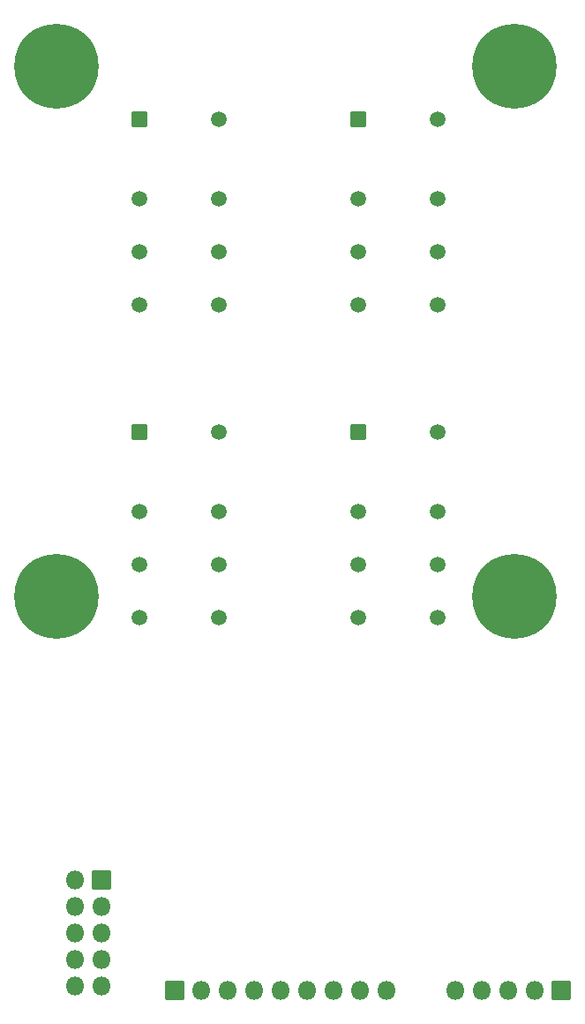
<source format=gbr>
%TF.GenerationSoftware,KiCad,Pcbnew,6.0.2+dfsg-1*%
%TF.CreationDate,2024-04-13T18:10:58-05:00*%
%TF.ProjectId,Mailbox,4d61696c-626f-4782-9e6b-696361645f70,rev?*%
%TF.SameCoordinates,Original*%
%TF.FileFunction,Soldermask,Bot*%
%TF.FilePolarity,Negative*%
%FSLAX46Y46*%
G04 Gerber Fmt 4.6, Leading zero omitted, Abs format (unit mm)*
G04 Created by KiCad (PCBNEW 6.0.2+dfsg-1) date 2024-04-13 18:10:58*
%MOMM*%
%LPD*%
G01*
G04 APERTURE LIST*
G04 Aperture macros list*
%AMRoundRect*
0 Rectangle with rounded corners*
0 $1 Rounding radius*
0 $2 $3 $4 $5 $6 $7 $8 $9 X,Y pos of 4 corners*
0 Add a 4 corners polygon primitive as box body*
4,1,4,$2,$3,$4,$5,$6,$7,$8,$9,$2,$3,0*
0 Add four circle primitives for the rounded corners*
1,1,$1+$1,$2,$3*
1,1,$1+$1,$4,$5*
1,1,$1+$1,$6,$7*
1,1,$1+$1,$8,$9*
0 Add four rect primitives between the rounded corners*
20,1,$1+$1,$2,$3,$4,$5,0*
20,1,$1+$1,$4,$5,$6,$7,0*
20,1,$1+$1,$6,$7,$8,$9,0*
20,1,$1+$1,$8,$9,$2,$3,0*%
G04 Aperture macros list end*
%ADD10C,8.100000*%
%ADD11RoundRect,0.050000X-0.700000X-0.700000X0.700000X-0.700000X0.700000X0.700000X-0.700000X0.700000X0*%
%ADD12C,1.500000*%
%ADD13O,1.800000X1.800000*%
%ADD14RoundRect,0.050000X-0.850000X-0.850000X0.850000X-0.850000X0.850000X0.850000X-0.850000X0.850000X0*%
%ADD15RoundRect,0.050000X-0.850000X0.850000X-0.850000X-0.850000X0.850000X-0.850000X0.850000X0.850000X0*%
%ADD16RoundRect,0.050000X0.850000X-0.850000X0.850000X0.850000X-0.850000X0.850000X-0.850000X-0.850000X0*%
G04 APERTURE END LIST*
D10*
%TO.C,H2*%
X98000000Y-48000000D03*
%TD*%
D11*
%TO.C,White_Green_Relay1*%
X127000000Y-53000000D03*
D12*
X127000000Y-60620000D03*
X127000000Y-65700000D03*
X127000000Y-70780000D03*
X134620000Y-70780000D03*
X134620000Y-65700000D03*
X134620000Y-60620000D03*
X134620000Y-53000000D03*
%TD*%
D10*
%TO.C,H1*%
X98000000Y-98800000D03*
%TD*%
%TO.C,H4*%
X142000000Y-98800000D03*
%TD*%
D13*
%TO.C,J1*%
X99787700Y-125950000D03*
D14*
X102327700Y-125950000D03*
D13*
X99787700Y-128490000D03*
X102327700Y-128490000D03*
X99787700Y-131030000D03*
X102327700Y-131030000D03*
X99787700Y-133570000D03*
X102327700Y-133570000D03*
X99787700Y-136110000D03*
X102327700Y-136110000D03*
%TD*%
D15*
%TO.C,J7*%
X146500000Y-136500000D03*
D13*
X143960000Y-136500000D03*
X141420000Y-136500000D03*
X138880000Y-136500000D03*
X136340000Y-136500000D03*
%TD*%
D11*
%TO.C,Red_Relay1*%
X106000000Y-83000000D03*
D12*
X106000000Y-90620000D03*
X106000000Y-95700000D03*
X106000000Y-100780000D03*
X113620000Y-100780000D03*
X113620000Y-95700000D03*
X113620000Y-90620000D03*
X113620000Y-83000000D03*
%TD*%
D11*
%TO.C,Control_Relay1*%
X106000000Y-53000000D03*
D12*
X106000000Y-60620000D03*
X106000000Y-65700000D03*
X106000000Y-70780000D03*
X113620000Y-70780000D03*
X113620000Y-65700000D03*
X113620000Y-60620000D03*
X113620000Y-53000000D03*
%TD*%
D10*
%TO.C,H3*%
X142000000Y-48000000D03*
%TD*%
D11*
%TO.C,Blue_Relay1*%
X127000000Y-83000000D03*
D12*
X127000000Y-90620000D03*
X127000000Y-95700000D03*
X127000000Y-100780000D03*
X134620000Y-100780000D03*
X134620000Y-95700000D03*
X134620000Y-90620000D03*
X134620000Y-83000000D03*
%TD*%
D16*
%TO.C,J6*%
X109350000Y-136500000D03*
D13*
X111890000Y-136500000D03*
X114430000Y-136500000D03*
X116970000Y-136500000D03*
X119510000Y-136500000D03*
X122050000Y-136500000D03*
X124590000Y-136500000D03*
X127130000Y-136500000D03*
X129670000Y-136500000D03*
%TD*%
M02*

</source>
